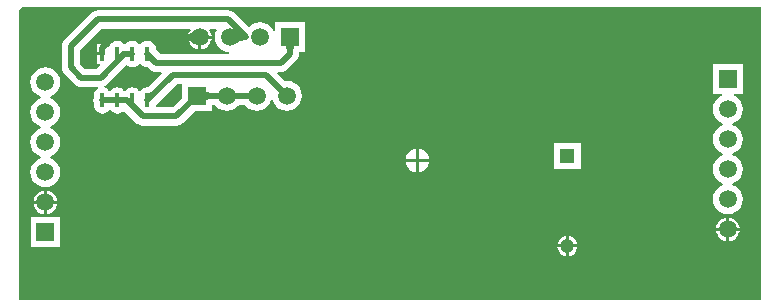
<source format=gbl>
%FSLAX25Y25*%
%MOIN*%
G70*
G01*
G75*
G04 Layer_Physical_Order=2*
G04 Layer_Color=16711680*
%ADD10C,0.02000*%
%ADD11C,0.01200*%
%ADD12C,0.03000*%
%ADD13R,0.06000X0.06000*%
%ADD14R,0.06496X0.11201*%
%ADD15O,0.05906X0.01654*%
%ADD16R,0.05906X0.01654*%
%ADD17C,0.01000*%
%ADD18C,0.01500*%
%ADD19R,0.05906X0.05906*%
%ADD20C,0.05906*%
%ADD21R,0.04724X0.04724*%
%ADD22C,0.04724*%
%ADD23R,0.05906X0.05906*%
%ADD24R,0.01598X0.04724*%
%ADD25O,0.01598X0.04724*%
G36*
X362451Y384549D02*
X115049D01*
Y385000D01*
Y480944D01*
X116056Y481951D01*
X362451D01*
Y384549D01*
D02*
G37*
%LPC*%
G36*
X356453Y462953D02*
X346547D01*
Y453047D01*
X349462D01*
X349559Y452557D01*
X349002Y452326D01*
X347968Y451532D01*
X347174Y450498D01*
X346675Y449293D01*
X346504Y448000D01*
X346675Y446707D01*
X347174Y445502D01*
X347968Y444468D01*
X349002Y443674D01*
X350025Y443250D01*
Y442750D01*
X349002Y442326D01*
X347968Y441532D01*
X347174Y440498D01*
X346675Y439293D01*
X346504Y438000D01*
X346675Y436707D01*
X347174Y435502D01*
X347968Y434468D01*
X349002Y433674D01*
X350025Y433250D01*
Y432750D01*
X349002Y432326D01*
X347968Y431532D01*
X347174Y430498D01*
X346675Y429293D01*
X346504Y428000D01*
X346675Y426707D01*
X347174Y425502D01*
X347968Y424468D01*
X349002Y423674D01*
X350025Y423250D01*
Y422750D01*
X349002Y422326D01*
X347968Y421532D01*
X347174Y420498D01*
X346675Y419293D01*
X346504Y418000D01*
X346675Y416707D01*
X347174Y415502D01*
X347968Y414468D01*
X349002Y413674D01*
X350207Y413175D01*
X351500Y413004D01*
X352793Y413175D01*
X353998Y413674D01*
X355032Y414468D01*
X355826Y415502D01*
X356325Y416707D01*
X356495Y418000D01*
X356325Y419293D01*
X355826Y420498D01*
X355032Y421532D01*
X353998Y422326D01*
X352975Y422750D01*
Y423250D01*
X353998Y423674D01*
X355032Y424468D01*
X355826Y425502D01*
X356325Y426707D01*
X356495Y428000D01*
X356325Y429293D01*
X355826Y430498D01*
X355032Y431532D01*
X353998Y432326D01*
X352975Y432750D01*
Y433250D01*
X353998Y433674D01*
X355032Y434468D01*
X355826Y435502D01*
X356325Y436707D01*
X356495Y438000D01*
X356325Y439293D01*
X355826Y440498D01*
X355032Y441532D01*
X353998Y442326D01*
X352975Y442750D01*
Y443250D01*
X353998Y443674D01*
X355032Y444468D01*
X355826Y445502D01*
X356325Y446707D01*
X356495Y448000D01*
X356325Y449293D01*
X355826Y450498D01*
X355032Y451532D01*
X353998Y452326D01*
X353441Y452557D01*
X353538Y453047D01*
X356453D01*
Y462953D01*
D02*
G37*
G36*
X352000Y411921D02*
Y408500D01*
X355421D01*
X355351Y409032D01*
X354953Y409993D01*
X354319Y410819D01*
X353493Y411453D01*
X352532Y411851D01*
X352000Y411921D01*
D02*
G37*
G36*
X351000D02*
X350468Y411851D01*
X349507Y411453D01*
X348681Y410819D01*
X348047Y409993D01*
X347649Y409032D01*
X347579Y408500D01*
X351000D01*
Y411921D01*
D02*
G37*
G36*
X123500Y420921D02*
X122968Y420851D01*
X122007Y420453D01*
X121181Y419819D01*
X120547Y418993D01*
X120149Y418032D01*
X120079Y417500D01*
X123500D01*
Y420921D01*
D02*
G37*
G36*
X127921Y416500D02*
X124500D01*
Y413079D01*
X125032Y413149D01*
X125993Y413547D01*
X126819Y414181D01*
X127453Y415007D01*
X127851Y415968D01*
X127921Y416500D01*
D02*
G37*
G36*
X123500D02*
X120079D01*
X120149Y415968D01*
X120547Y415007D01*
X121181Y414181D01*
X122007Y413547D01*
X122968Y413149D01*
X123500Y413079D01*
Y416500D01*
D02*
G37*
G36*
X355421Y407500D02*
X352000D01*
Y404079D01*
X352532Y404149D01*
X353493Y404547D01*
X354319Y405181D01*
X354953Y406007D01*
X355351Y406968D01*
X355421Y407500D01*
D02*
G37*
G36*
X128953Y411953D02*
X119047D01*
Y402047D01*
X128953D01*
Y411953D01*
D02*
G37*
G36*
X301325Y402000D02*
X298500D01*
Y399175D01*
X298878Y399224D01*
X299696Y399563D01*
X300398Y400102D01*
X300937Y400804D01*
X301276Y401622D01*
X301325Y402000D01*
D02*
G37*
G36*
X297500D02*
X294675D01*
X294724Y401622D01*
X295063Y400804D01*
X295602Y400102D01*
X296304Y399563D01*
X297122Y399224D01*
X297500Y399175D01*
Y402000D01*
D02*
G37*
G36*
X351000Y407500D02*
X347579D01*
X347649Y406968D01*
X348047Y406007D01*
X348681Y405181D01*
X349507Y404547D01*
X350468Y404149D01*
X351000Y404079D01*
Y407500D01*
D02*
G37*
G36*
X298500Y405825D02*
Y403000D01*
X301325D01*
X301276Y403378D01*
X300937Y404196D01*
X300398Y404898D01*
X299696Y405437D01*
X298878Y405776D01*
X298500Y405825D01*
D02*
G37*
G36*
X297500D02*
X297122Y405776D01*
X296304Y405437D01*
X295602Y404898D01*
X295063Y404196D01*
X294724Y403378D01*
X294675Y403000D01*
X297500D01*
Y405825D01*
D02*
G37*
G36*
X247500Y434918D02*
X246969Y434848D01*
X246008Y434450D01*
X245183Y433817D01*
X244550Y432992D01*
X244152Y432031D01*
X244082Y431500D01*
X247500D01*
Y434918D01*
D02*
G37*
G36*
X302362Y436862D02*
X293638D01*
Y428138D01*
X302362D01*
Y436862D01*
D02*
G37*
G36*
X184953Y480979D02*
X141453D01*
X140670Y480876D01*
X139940Y480573D01*
X139668Y480365D01*
X139313Y480092D01*
X139313Y480092D01*
X130360Y471140D01*
X129879Y470513D01*
X129791Y470299D01*
X129577Y469783D01*
X129474Y469000D01*
Y462000D01*
X129577Y461217D01*
X129791Y460701D01*
X129879Y460487D01*
X130360Y459860D01*
X133860Y456360D01*
X134487Y455879D01*
X134852Y455728D01*
X135217Y455577D01*
X135308Y455565D01*
X136000Y455474D01*
X136000Y455474D01*
X141390D01*
X141588Y454996D01*
X141004Y454548D01*
X140555Y453963D01*
X140273Y453282D01*
X140177Y452551D01*
Y452011D01*
X140077Y451771D01*
X139974Y450988D01*
X140077Y450205D01*
X140177Y449965D01*
Y449425D01*
X140273Y448695D01*
X140555Y448013D01*
X141004Y447429D01*
X141588Y446980D01*
X142269Y446698D01*
X143000Y446602D01*
X143731Y446698D01*
X144412Y446980D01*
X144996Y447429D01*
X145250Y447759D01*
X145750D01*
X146004Y447429D01*
X146588Y446980D01*
X147269Y446698D01*
X148000Y446602D01*
X148731Y446698D01*
X149412Y446980D01*
X149996Y447429D01*
X150323Y447450D01*
X154287Y443486D01*
X154287Y443486D01*
X154559Y443278D01*
X154913Y443006D01*
X155643Y442703D01*
X156426Y442600D01*
X156426Y442600D01*
X167626D01*
X168409Y442703D01*
X168925Y442917D01*
X169139Y443006D01*
X169766Y443486D01*
X173827Y447547D01*
X179453D01*
Y449474D01*
X180579D01*
X180968Y448968D01*
X182002Y448174D01*
X183207Y447675D01*
X184500Y447505D01*
X185793Y447675D01*
X186998Y448174D01*
X188032Y448968D01*
X188421Y449474D01*
X190579D01*
X190968Y448968D01*
X192002Y448174D01*
X193207Y447675D01*
X194500Y447505D01*
X195793Y447675D01*
X196998Y448174D01*
X198032Y448968D01*
X198826Y450002D01*
X199250Y451025D01*
X199750D01*
X200174Y450002D01*
X200968Y448968D01*
X202002Y448174D01*
X203207Y447675D01*
X204500Y447505D01*
X205793Y447675D01*
X206998Y448174D01*
X208032Y448968D01*
X208826Y450002D01*
X209325Y451207D01*
X209495Y452500D01*
X209325Y453793D01*
X208826Y454998D01*
X208032Y456032D01*
X206998Y456826D01*
X205793Y457325D01*
X204500Y457495D01*
X203867Y457412D01*
X201267Y460012D01*
X201458Y460474D01*
X202500D01*
X203283Y460577D01*
X203799Y460791D01*
X204013Y460880D01*
X204640Y461360D01*
X207640Y464360D01*
X208120Y464987D01*
X208209Y465201D01*
X208423Y465717D01*
X208526Y466500D01*
Y467047D01*
X210453D01*
Y476953D01*
X200547D01*
Y474039D01*
X200057Y473941D01*
X199826Y474498D01*
X199032Y475532D01*
X197998Y476326D01*
X196793Y476825D01*
X195500Y476996D01*
X194207Y476825D01*
X193002Y476326D01*
X191968Y475532D01*
X191672Y475513D01*
X187092Y480092D01*
X186466Y480573D01*
X186252Y480662D01*
X185736Y480876D01*
X184953Y480979D01*
D02*
G37*
G36*
X248500Y434918D02*
Y431500D01*
X251918D01*
X251848Y432031D01*
X251450Y432992D01*
X250817Y433817D01*
X249992Y434450D01*
X249031Y434848D01*
X248500Y434918D01*
D02*
G37*
G36*
X124000Y461996D02*
X122707Y461825D01*
X121502Y461326D01*
X120468Y460532D01*
X119674Y459498D01*
X119175Y458293D01*
X119004Y457000D01*
X119175Y455707D01*
X119674Y454502D01*
X120468Y453468D01*
X121502Y452674D01*
X122525Y452250D01*
Y451750D01*
X121502Y451326D01*
X120468Y450532D01*
X119674Y449498D01*
X119175Y448293D01*
X119004Y447000D01*
X119175Y445707D01*
X119674Y444502D01*
X120468Y443468D01*
X121502Y442674D01*
X122525Y442250D01*
Y441750D01*
X121502Y441326D01*
X120468Y440532D01*
X119674Y439498D01*
X119175Y438293D01*
X119004Y437000D01*
X119175Y435707D01*
X119674Y434502D01*
X120468Y433468D01*
X121502Y432674D01*
X122525Y432250D01*
Y431750D01*
X121502Y431326D01*
X120468Y430532D01*
X119674Y429498D01*
X119175Y428293D01*
X119004Y427000D01*
X119175Y425707D01*
X119674Y424502D01*
X120468Y423468D01*
X121502Y422674D01*
X122707Y422175D01*
X124000Y422005D01*
X125293Y422175D01*
X126498Y422674D01*
X127532Y423468D01*
X128326Y424502D01*
X128825Y425707D01*
X128996Y427000D01*
X128825Y428293D01*
X128326Y429498D01*
X127532Y430532D01*
X126498Y431326D01*
X125475Y431750D01*
Y432250D01*
X126498Y432674D01*
X127532Y433468D01*
X128326Y434502D01*
X128825Y435707D01*
X128996Y437000D01*
X128825Y438293D01*
X128326Y439498D01*
X127532Y440532D01*
X126498Y441326D01*
X125475Y441750D01*
Y442250D01*
X126498Y442674D01*
X127532Y443468D01*
X128326Y444502D01*
X128825Y445707D01*
X128996Y447000D01*
X128825Y448293D01*
X128326Y449498D01*
X127532Y450532D01*
X126498Y451326D01*
X125475Y451750D01*
Y452250D01*
X126498Y452674D01*
X127532Y453468D01*
X128326Y454502D01*
X128825Y455707D01*
X128996Y457000D01*
X128825Y458293D01*
X128326Y459498D01*
X127532Y460532D01*
X126498Y461326D01*
X125293Y461825D01*
X124000Y461996D01*
D02*
G37*
G36*
X124500Y420921D02*
Y417500D01*
X127921D01*
X127851Y418032D01*
X127453Y418993D01*
X126819Y419819D01*
X125993Y420453D01*
X125032Y420851D01*
X124500Y420921D01*
D02*
G37*
G36*
X251918Y430500D02*
X248500D01*
Y427082D01*
X249031Y427152D01*
X249992Y427550D01*
X250817Y428183D01*
X251450Y429008D01*
X251848Y429969D01*
X251918Y430500D01*
D02*
G37*
G36*
X247500D02*
X244082D01*
X244152Y429969D01*
X244550Y429008D01*
X245183Y428183D01*
X246008Y427550D01*
X246969Y427152D01*
X247500Y427082D01*
Y430500D01*
D02*
G37*
%LPD*%
G36*
X181174Y474498D02*
X180675Y473293D01*
X180505Y472000D01*
X180675Y470707D01*
X181174Y469502D01*
X181968Y468468D01*
X183002Y467674D01*
X184207Y467175D01*
X185346Y467025D01*
X185313Y466526D01*
X162253D01*
X160823Y467956D01*
Y468063D01*
X160727Y468794D01*
X160445Y469475D01*
X159996Y470059D01*
X159412Y470508D01*
X158731Y470790D01*
X158000Y470886D01*
X157269Y470790D01*
X156588Y470508D01*
X156004Y470059D01*
X155750Y469729D01*
X155250D01*
X154996Y470059D01*
X154412Y470508D01*
X153731Y470790D01*
X153000Y470886D01*
X152269Y470790D01*
X151588Y470508D01*
X151004Y470059D01*
X150750Y469729D01*
X150250D01*
X149996Y470059D01*
X149412Y470508D01*
X148731Y470790D01*
X148000Y470886D01*
X147269Y470790D01*
X146588Y470508D01*
X146004Y470059D01*
X145555Y469475D01*
X145290Y468834D01*
X144799Y468932D01*
Y469862D01*
X143500D01*
Y466500D01*
X143000D01*
Y466000D01*
X141201D01*
Y463138D01*
X142109D01*
X142301Y462676D01*
X141151Y461526D01*
X137253D01*
X135526Y463253D01*
Y467747D01*
X142706Y474927D01*
X172198D01*
X172419Y474478D01*
X172047Y473993D01*
X171649Y473032D01*
X171579Y472500D01*
X179421D01*
X179351Y473032D01*
X178953Y473993D01*
X178581Y474478D01*
X178802Y474927D01*
X180962D01*
X181174Y474498D01*
D02*
G37*
G36*
X156004Y462941D02*
X156588Y462492D01*
X157269Y462210D01*
X158000Y462114D01*
X158095Y462126D01*
X158860Y461360D01*
X159487Y460880D01*
X159701Y460791D01*
X160217Y460577D01*
X161000Y460474D01*
X162553D01*
X162745Y460012D01*
X158095Y455362D01*
X158000Y455374D01*
X157269Y455278D01*
X156588Y454996D01*
X156004Y454548D01*
X155750Y454217D01*
X155250D01*
X154996Y454548D01*
X154412Y454996D01*
X153731Y455278D01*
X153000Y455374D01*
X152269Y455278D01*
X151588Y454996D01*
X151004Y454548D01*
X150750Y454217D01*
X150250D01*
X149996Y454548D01*
X149412Y454996D01*
X148731Y455278D01*
X148000Y455374D01*
X147269Y455278D01*
X146588Y454996D01*
X146004Y454548D01*
X145750Y454217D01*
X145250D01*
X144996Y454548D01*
X144412Y454996D01*
X143731Y455278D01*
X143728Y455279D01*
X143663Y455774D01*
X143917Y455879D01*
X144544Y456360D01*
X151072Y462888D01*
X151588Y462492D01*
X152269Y462210D01*
X153000Y462114D01*
X153731Y462210D01*
X154412Y462492D01*
X154996Y462941D01*
X155250Y463271D01*
X155750D01*
X156004Y462941D01*
D02*
G37*
G36*
X169547Y451826D02*
X166373Y448652D01*
X161101D01*
X160771Y449028D01*
X160823Y449425D01*
Y449532D01*
X167765Y456474D01*
X169547D01*
Y451826D01*
D02*
G37*
%LPC*%
G36*
X179421Y471500D02*
X176000D01*
Y468079D01*
X176532Y468149D01*
X177493Y468547D01*
X178319Y469181D01*
X178953Y470007D01*
X179351Y470968D01*
X179421Y471500D01*
D02*
G37*
G36*
X142500Y469862D02*
X141201D01*
Y467000D01*
X142500D01*
Y469862D01*
D02*
G37*
G36*
X175000Y471500D02*
X171579D01*
X171649Y470968D01*
X172047Y470007D01*
X172681Y469181D01*
X173507Y468547D01*
X174468Y468149D01*
X175000Y468079D01*
Y471500D01*
D02*
G37*
%LPD*%
D10*
X147748Y463844D02*
G03*
X148201Y464937I-1093J1093D01*
G01*
X175881Y453881D02*
G03*
X179214Y452500I3334J3334D01*
G01*
D02*
G03*
X175881Y451119I0J-4714D01*
G01*
X174119Y470619D02*
G03*
X171118Y471862I-3001J-3001D01*
G01*
X170453D02*
G03*
X174119Y473381I0J5185D01*
G01*
X186881D02*
G03*
X190214Y472000I3334J3334D01*
G01*
D02*
G03*
X186881Y470619I0J-4714D01*
G01*
X206881D02*
G03*
X205500Y467286I3334J-3334D01*
G01*
D02*
G03*
X204119Y470619I-4714J0D01*
G01*
X158000Y466500D02*
X161000Y463500D01*
X202500D01*
X205500Y466500D01*
Y472000D01*
X150000Y466500D02*
X153000D01*
X143000Y468436D02*
X146426Y471862D01*
X175362D01*
X175500Y472000D01*
X150000Y466096D02*
Y466500D01*
X136000Y458500D02*
X142404D01*
X132500Y462000D02*
X136000Y458500D01*
X132500Y462000D02*
Y469000D01*
X141453Y477953D01*
X184953D01*
X185500Y472000D02*
X190905D01*
X142404Y458500D02*
X150000Y466096D01*
X184953Y477953D02*
X190905Y472000D01*
X143000Y450988D02*
X148000D01*
X158000D02*
X166512Y459500D01*
X197500D01*
X204500Y452500D01*
X148000Y450988D02*
X151064D01*
X156426Y445626D02*
X167626D01*
X174500Y452500D01*
X151064Y450988D02*
X156426Y445626D01*
X174500Y452500D02*
X184500D01*
X194500D01*
X143000Y466500D02*
Y468436D01*
D19*
X351500Y458000D02*
D03*
X124000Y407000D02*
D03*
D20*
X351500Y448000D02*
D03*
Y438000D02*
D03*
Y428000D02*
D03*
Y418000D02*
D03*
Y408000D02*
D03*
X124000Y417000D02*
D03*
Y427000D02*
D03*
Y437000D02*
D03*
Y447000D02*
D03*
Y457000D02*
D03*
X195500Y472000D02*
D03*
X185500D02*
D03*
X175500D02*
D03*
X184500Y452500D02*
D03*
X194500D02*
D03*
X204500D02*
D03*
D21*
X298000Y432500D02*
D03*
D22*
Y402500D02*
D03*
D23*
X205500Y472000D02*
D03*
X174500Y452500D02*
D03*
D24*
X143000Y466500D02*
D03*
D25*
X148000D02*
D03*
X153000D02*
D03*
X158000D02*
D03*
X143000Y450988D02*
D03*
X148000D02*
D03*
X153000D02*
D03*
X158000D02*
D03*
M02*

</source>
